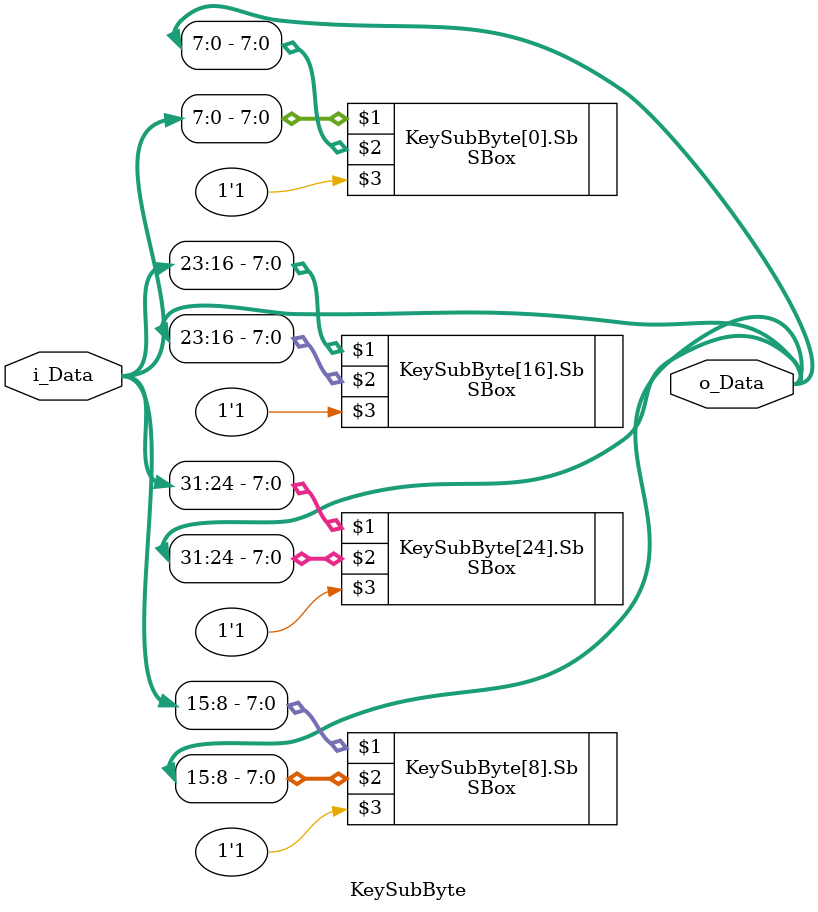
<source format=v>
module KeySubByte(
    input [31:0] i_Data,
    output [31:0] o_Data
);

genvar i;
generate
    for(i=0;i<31;i=i+8) begin :KeySubByte
        SBox Sb(i_Data[i +:8],o_Data[i +:8], 1'b1);
    end
endgenerate

endmodule
</source>
